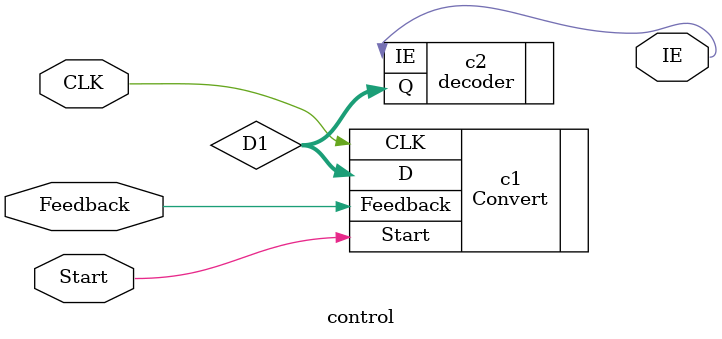
<source format=v>
module control(Start,Feedback,CLK,IE);
  input wire Start,Feedback,CLK;
  output wire IE;
  // output wire Done;
  
  wire [1:0]D1;
  Convert c1(.Start(Start),.Feedback(Feedback),.CLK(CLK),.D(D1));
  decoder c2(.Q(D1),.IE(IE));
  
  
endmodule
</source>
